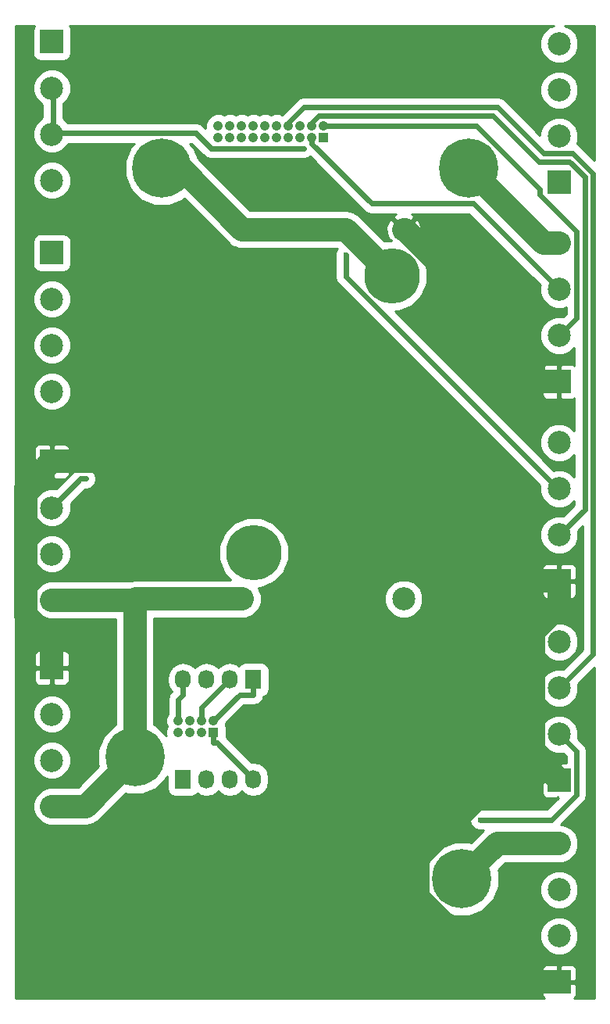
<source format=gbr>
G04 #@! TF.FileFunction,Copper,L2,Bot,Signal*
%FSLAX46Y46*%
G04 Gerber Fmt 4.6, Leading zero omitted, Abs format (unit mm)*
G04 Created by KiCad (PCBNEW 4.0.3+e1-6302~38~ubuntu16.04.1-stable) date Thu Aug 18 14:21:30 2016*
%MOMM*%
%LPD*%
G01*
G04 APERTURE LIST*
%ADD10C,0.100000*%
%ADD11C,2.500000*%
%ADD12R,2.500000X2.500000*%
%ADD13R,1.727200X2.032000*%
%ADD14O,1.727200X2.032000*%
%ADD15R,1.050000X1.050000*%
%ADD16C,1.050000*%
%ADD17C,2.499360*%
%ADD18C,6.400000*%
%ADD19C,6.000000*%
%ADD20C,0.600000*%
%ADD21C,2.500000*%
%ADD22C,0.600000*%
%ADD23C,0.254000*%
G04 APERTURE END LIST*
D10*
D11*
X110363000Y-25894000D03*
X110363000Y-30894000D03*
D12*
X110363000Y-40894000D03*
D11*
X110363000Y-35894000D03*
D13*
X69596000Y-105537000D03*
D14*
X72136000Y-105537000D03*
X74676000Y-105537000D03*
X77216000Y-105537000D03*
D15*
X72898000Y-100457000D03*
D16*
X71628000Y-100457000D03*
X70358000Y-100457000D03*
X69088000Y-100457000D03*
X71628000Y-99187000D03*
X70358000Y-99187000D03*
X69088000Y-99187000D03*
X72898000Y-99187000D03*
D13*
X77216000Y-94742000D03*
D14*
X74676000Y-94742000D03*
X72136000Y-94742000D03*
X69596000Y-94742000D03*
D17*
X93500000Y-46000000D03*
X76000000Y-46000000D03*
X93500000Y-86000000D03*
X76000000Y-86000000D03*
D11*
X110363000Y-47484000D03*
X110363000Y-52484000D03*
D12*
X110363000Y-62484000D03*
D11*
X110363000Y-57484000D03*
X110363000Y-69074000D03*
X110363000Y-74074000D03*
D12*
X110363000Y-84074000D03*
D11*
X110363000Y-79074000D03*
X110363000Y-90664000D03*
X110363000Y-95664000D03*
D12*
X110363000Y-105664000D03*
D11*
X110363000Y-100664000D03*
X110363000Y-112508000D03*
X110363000Y-117508000D03*
D12*
X110363000Y-127508000D03*
D11*
X110363000Y-122508000D03*
X55372000Y-108472000D03*
X55372000Y-103472000D03*
D12*
X55372000Y-93472000D03*
D11*
X55372000Y-98472000D03*
X55372000Y-86120000D03*
X55372000Y-81120000D03*
D12*
X55372000Y-71120000D03*
D11*
X55372000Y-76120000D03*
X55372000Y-63514000D03*
X55372000Y-58514000D03*
D12*
X55372000Y-48514000D03*
D11*
X55372000Y-53514000D03*
X55372000Y-40654000D03*
X55372000Y-35654000D03*
D12*
X55372000Y-25654000D03*
D11*
X55372000Y-30654000D03*
D16*
X74676000Y-36068000D03*
X74676000Y-34798000D03*
X75946000Y-36068000D03*
X75946000Y-34798000D03*
X77216000Y-36068000D03*
X77216000Y-34798000D03*
X78486000Y-34798000D03*
X73406000Y-36068000D03*
X73406000Y-34798000D03*
X78486000Y-36068000D03*
X79756000Y-34798000D03*
X79756000Y-36068000D03*
X79756000Y-36068000D03*
X79756000Y-36068000D03*
X79756000Y-36068000D03*
X79756000Y-36068000D03*
X79756000Y-36068000D03*
X79756000Y-36068000D03*
D15*
X84836000Y-36068000D03*
D16*
X83566000Y-36068000D03*
X82296000Y-36068000D03*
X81026000Y-36068000D03*
X79756000Y-36068000D03*
X83566000Y-34798000D03*
X82296000Y-34798000D03*
X81026000Y-34798000D03*
X79756000Y-34798000D03*
X84836000Y-34798000D03*
D18*
X64389000Y-103124000D03*
X67310000Y-39370000D03*
X100584000Y-39370000D03*
D19*
X92250000Y-51000000D03*
X77250000Y-81000000D03*
D18*
X99822000Y-116332000D03*
D20*
X82665700Y-37193300D03*
X87230300Y-48736500D03*
X101791100Y-109908000D03*
X59046300Y-72984000D03*
D21*
X103646000Y-112508000D02*
X110363000Y-112508000D01*
X99822000Y-116332000D02*
X103646000Y-112508000D01*
X108698000Y-47484000D02*
X110363000Y-47484000D01*
X100584000Y-39370000D02*
X108698000Y-47484000D01*
X59041000Y-108472000D02*
X55372000Y-108472000D01*
X64389000Y-103124000D02*
X59041000Y-108472000D01*
X64389000Y-86120000D02*
X55372000Y-86120000D01*
X64509000Y-86000000D02*
X64389000Y-86120000D01*
X76000000Y-86000000D02*
X64509000Y-86000000D01*
X64389000Y-86120000D02*
X64389000Y-103124000D01*
X69370000Y-39370000D02*
X76000000Y-46000000D01*
X67310000Y-39370000D02*
X69370000Y-39370000D01*
X87250000Y-46000000D02*
X92250000Y-51000000D01*
X76000000Y-46000000D02*
X87250000Y-46000000D01*
X55372000Y-93472000D02*
X55372000Y-90671700D01*
X107562700Y-59873200D02*
X107562700Y-62484000D01*
X93689500Y-46000000D02*
X107562700Y-59873200D01*
X93500000Y-46000000D02*
X93689500Y-46000000D01*
X110363000Y-62484000D02*
X107562700Y-62484000D01*
X110363000Y-84074000D02*
X110363000Y-86874300D01*
X52571700Y-73920300D02*
X55372000Y-71120000D01*
X52571700Y-87871400D02*
X52571700Y-73920300D01*
X55372000Y-90671700D02*
X52571700Y-87871400D01*
X94608700Y-71120000D02*
X107562700Y-84074000D01*
X55372000Y-71120000D02*
X94608700Y-71120000D01*
X110363000Y-84074000D02*
X107562700Y-84074000D01*
X106201800Y-102860700D02*
X107559700Y-102860700D01*
X95064600Y-113997900D02*
X106201800Y-102860700D01*
X95064600Y-118341100D02*
X95064600Y-113997900D01*
X104231500Y-127508000D02*
X95064600Y-118341100D01*
X110363000Y-127508000D02*
X104231500Y-127508000D01*
X107559700Y-89502600D02*
X107559700Y-102860700D01*
X110188000Y-86874300D02*
X107559700Y-89502600D01*
X110363000Y-86874300D02*
X110188000Y-86874300D01*
X107559700Y-102860700D02*
X110363000Y-105664000D01*
D22*
X73261300Y-101582300D02*
X77216000Y-105537000D01*
X72898000Y-101582300D02*
X73261300Y-101582300D01*
X72898000Y-100457000D02*
X72898000Y-101582300D01*
X71628000Y-97790000D02*
X74676000Y-94742000D01*
X71628000Y-99187000D02*
X71628000Y-97790000D01*
X69088000Y-96866300D02*
X69596000Y-96358300D01*
X69088000Y-99187000D02*
X69088000Y-96866300D01*
X69596000Y-94742000D02*
X69596000Y-96358300D01*
X75726700Y-96358300D02*
X77216000Y-96358300D01*
X72898000Y-99187000D02*
X75726700Y-96358300D01*
X77216000Y-94742000D02*
X77216000Y-96358300D01*
X55472400Y-30754400D02*
X55472400Y-35553600D01*
X55372000Y-30654000D02*
X55472400Y-30754400D01*
X55472400Y-35553600D02*
X55372000Y-35654000D01*
X72627000Y-37193300D02*
X82665700Y-37193300D01*
X70987300Y-35553600D02*
X72627000Y-37193300D01*
X55472400Y-35553600D02*
X70987300Y-35553600D01*
X112222700Y-55624300D02*
X110363000Y-57484000D01*
X112222700Y-46170400D02*
X112222700Y-55624300D01*
X108240300Y-42188000D02*
X112222700Y-46170400D01*
X108240300Y-41631800D02*
X108240300Y-42188000D01*
X101406500Y-34798000D02*
X108240300Y-41631800D01*
X84836000Y-34798000D02*
X101406500Y-34798000D01*
X101049400Y-43170400D02*
X110363000Y-52484000D01*
X90024700Y-43170400D02*
X101049400Y-43170400D01*
X83566000Y-36711700D02*
X90024700Y-43170400D01*
X83566000Y-36068000D02*
X83566000Y-36711700D01*
X113123000Y-76314000D02*
X110363000Y-79074000D01*
X113123000Y-40296100D02*
X113123000Y-76314000D01*
X111494200Y-38667300D02*
X113123000Y-40296100D01*
X108151300Y-38667300D02*
X111494200Y-38667300D01*
X103141900Y-33657900D02*
X108151300Y-38667300D01*
X84316300Y-33657900D02*
X103141900Y-33657900D01*
X83566000Y-34408200D02*
X84316300Y-33657900D01*
X83566000Y-34798000D02*
X83566000Y-34408200D01*
X110223600Y-74074000D02*
X110363000Y-74074000D01*
X87230300Y-51080700D02*
X110223600Y-74074000D01*
X87230300Y-48736500D02*
X87230300Y-51080700D01*
X109507300Y-109908000D02*
X101791100Y-109908000D01*
X112213400Y-107201900D02*
X109507300Y-109908000D01*
X112213400Y-102514400D02*
X112213400Y-107201900D01*
X110363000Y-100664000D02*
X112213400Y-102514400D01*
X114031900Y-91995100D02*
X110363000Y-95664000D01*
X114031900Y-39931700D02*
X114031900Y-91995100D01*
X111844600Y-37744400D02*
X114031900Y-39931700D01*
X108675900Y-37744400D02*
X111844600Y-37744400D01*
X103689000Y-32757500D02*
X108675900Y-37744400D01*
X82720800Y-32757500D02*
X103689000Y-32757500D01*
X81026000Y-34452300D02*
X82720800Y-32757500D01*
X81026000Y-34798000D02*
X81026000Y-34452300D01*
X58508000Y-72984000D02*
X55372000Y-76120000D01*
X59046300Y-72984000D02*
X58508000Y-72984000D01*
D23*
G36*
X53345231Y-24075948D02*
X53278799Y-24404000D01*
X53278799Y-26904000D01*
X53336465Y-27210468D01*
X53517587Y-27491939D01*
X53793948Y-27680769D01*
X54122000Y-27747201D01*
X56622000Y-27747201D01*
X56928468Y-27689535D01*
X57209939Y-27508413D01*
X57398769Y-27232052D01*
X57465201Y-26904000D01*
X57465201Y-24404000D01*
X57407535Y-24097532D01*
X57273348Y-23889000D01*
X109776547Y-23889000D01*
X109188011Y-24132178D01*
X108603232Y-24715938D01*
X108286361Y-25479047D01*
X108285640Y-26305328D01*
X108601178Y-27068989D01*
X109184938Y-27653768D01*
X109948047Y-27970639D01*
X110774328Y-27971360D01*
X111537989Y-27655822D01*
X112122768Y-27072062D01*
X112439639Y-26308953D01*
X112440360Y-25482672D01*
X112124822Y-24719011D01*
X111541062Y-24134232D01*
X110950479Y-23889000D01*
X114160000Y-23889000D01*
X114160000Y-38465981D01*
X112641509Y-36947491D01*
X112275926Y-36703216D01*
X112439639Y-36308953D01*
X112440360Y-35482672D01*
X112124822Y-34719011D01*
X111541062Y-34134232D01*
X110777953Y-33817361D01*
X109951672Y-33816640D01*
X109188011Y-34132178D01*
X108603232Y-34715938D01*
X108286361Y-35479047D01*
X108286115Y-35760796D01*
X104485909Y-31960591D01*
X104120284Y-31716288D01*
X103689000Y-31630500D01*
X82720800Y-31630500D01*
X82289516Y-31716288D01*
X81923891Y-31960591D01*
X80317324Y-33567158D01*
X80026109Y-33446235D01*
X79488250Y-33445766D01*
X79120709Y-33597631D01*
X78756109Y-33446235D01*
X78218250Y-33445766D01*
X77850709Y-33597631D01*
X77486109Y-33446235D01*
X76948250Y-33445766D01*
X76580709Y-33597631D01*
X76216109Y-33446235D01*
X75678250Y-33445766D01*
X75310709Y-33597631D01*
X74946109Y-33446235D01*
X74408250Y-33445766D01*
X74040709Y-33597631D01*
X73676109Y-33446235D01*
X73138250Y-33445766D01*
X72641154Y-33651162D01*
X72260499Y-34031154D01*
X72054235Y-34527891D01*
X72053800Y-35026282D01*
X71784209Y-34756691D01*
X71418584Y-34512388D01*
X70987300Y-34426600D01*
X57081502Y-34426600D01*
X56599400Y-33943656D01*
X56599400Y-32363502D01*
X57131768Y-31832062D01*
X57350487Y-31305328D01*
X108285640Y-31305328D01*
X108601178Y-32068989D01*
X109184938Y-32653768D01*
X109948047Y-32970639D01*
X110774328Y-32971360D01*
X111537989Y-32655822D01*
X112122768Y-32072062D01*
X112439639Y-31308953D01*
X112440360Y-30482672D01*
X112124822Y-29719011D01*
X111541062Y-29134232D01*
X110777953Y-28817361D01*
X109951672Y-28816640D01*
X109188011Y-29132178D01*
X108603232Y-29715938D01*
X108286361Y-30479047D01*
X108285640Y-31305328D01*
X57350487Y-31305328D01*
X57448639Y-31068953D01*
X57449360Y-30242672D01*
X57133822Y-29479011D01*
X56550062Y-28894232D01*
X55786953Y-28577361D01*
X54960672Y-28576640D01*
X54197011Y-28892178D01*
X53612232Y-29475938D01*
X53295361Y-30239047D01*
X53294640Y-31065328D01*
X53610178Y-31828989D01*
X54193938Y-32413768D01*
X54345400Y-32476661D01*
X54345400Y-33830865D01*
X54197011Y-33892178D01*
X53612232Y-34475938D01*
X53295361Y-35239047D01*
X53294640Y-36065328D01*
X53610178Y-36828989D01*
X54193938Y-37413768D01*
X54957047Y-37730639D01*
X55783328Y-37731360D01*
X56546989Y-37415822D01*
X57131768Y-36832062D01*
X57194661Y-36680600D01*
X64304083Y-36680600D01*
X63898066Y-37085909D01*
X63283700Y-38565466D01*
X63282302Y-40167506D01*
X63894085Y-41648132D01*
X65025909Y-42781934D01*
X66505466Y-43396300D01*
X68107506Y-43397698D01*
X69588132Y-42785915D01*
X69718476Y-42655798D01*
X74531339Y-47468661D01*
X74532693Y-47469566D01*
X74822119Y-47759497D01*
X75203799Y-47917985D01*
X75205166Y-47918898D01*
X75206764Y-47919216D01*
X75585110Y-48076319D01*
X75998390Y-48076680D01*
X76000000Y-48077000D01*
X76365431Y-48077000D01*
X76411265Y-48077040D01*
X76411362Y-48077000D01*
X86295740Y-48077000D01*
X86275433Y-48097272D01*
X86103496Y-48511342D01*
X86103105Y-48959691D01*
X86103300Y-48960163D01*
X86103300Y-51080700D01*
X86189088Y-51511984D01*
X86433391Y-51877609D01*
X108286299Y-73730518D01*
X108285640Y-74485328D01*
X108601178Y-75248989D01*
X109184938Y-75833768D01*
X109948047Y-76150639D01*
X110774328Y-76151360D01*
X111537989Y-75835822D01*
X111996000Y-75378609D01*
X111996000Y-75847181D01*
X110825908Y-77017274D01*
X110777953Y-76997361D01*
X109951672Y-76996640D01*
X109188011Y-77312178D01*
X108603232Y-77895938D01*
X108286361Y-78659047D01*
X108285640Y-79485328D01*
X108601178Y-80248989D01*
X109184938Y-80833768D01*
X109948047Y-81150639D01*
X110774328Y-81151360D01*
X111537989Y-80835822D01*
X112122768Y-80252062D01*
X112439639Y-79488953D01*
X112440360Y-78662672D01*
X112419246Y-78611572D01*
X112904900Y-78125919D01*
X112904900Y-91528282D01*
X110825908Y-93607274D01*
X110777953Y-93587361D01*
X109951672Y-93586640D01*
X109188011Y-93902178D01*
X108603232Y-94485938D01*
X108286361Y-95249047D01*
X108285640Y-96075328D01*
X108601178Y-96838989D01*
X109184938Y-97423768D01*
X109948047Y-97740639D01*
X110774328Y-97741360D01*
X111537989Y-97425822D01*
X112122768Y-96842062D01*
X112439639Y-96078953D01*
X112440360Y-95252672D01*
X112419246Y-95201572D01*
X114160000Y-93460818D01*
X114160000Y-129273000D01*
X111996026Y-129273000D01*
X112151327Y-129117698D01*
X112248000Y-128884309D01*
X112248000Y-127793750D01*
X112089250Y-127635000D01*
X110490000Y-127635000D01*
X110490000Y-127655000D01*
X110236000Y-127655000D01*
X110236000Y-127635000D01*
X108636750Y-127635000D01*
X108478000Y-127793750D01*
X108478000Y-128884309D01*
X108574673Y-129117698D01*
X108729974Y-129273000D01*
X51448000Y-129273000D01*
X51448000Y-126131691D01*
X108478000Y-126131691D01*
X108478000Y-127222250D01*
X108636750Y-127381000D01*
X110236000Y-127381000D01*
X110236000Y-125781750D01*
X110490000Y-125781750D01*
X110490000Y-127381000D01*
X112089250Y-127381000D01*
X112248000Y-127222250D01*
X112248000Y-126131691D01*
X112151327Y-125898302D01*
X111972699Y-125719673D01*
X111739310Y-125623000D01*
X110648750Y-125623000D01*
X110490000Y-125781750D01*
X110236000Y-125781750D01*
X110077250Y-125623000D01*
X108986690Y-125623000D01*
X108753301Y-125719673D01*
X108574673Y-125898302D01*
X108478000Y-126131691D01*
X51448000Y-126131691D01*
X51448000Y-122919328D01*
X108285640Y-122919328D01*
X108601178Y-123682989D01*
X109184938Y-124267768D01*
X109948047Y-124584639D01*
X110774328Y-124585360D01*
X111537989Y-124269822D01*
X112122768Y-123686062D01*
X112439639Y-122922953D01*
X112440360Y-122096672D01*
X112124822Y-121333011D01*
X111541062Y-120748232D01*
X110777953Y-120431361D01*
X109951672Y-120430640D01*
X109188011Y-120746178D01*
X108603232Y-121329938D01*
X108286361Y-122093047D01*
X108285640Y-122919328D01*
X51448000Y-122919328D01*
X51448000Y-117129506D01*
X95794302Y-117129506D01*
X96406085Y-118610132D01*
X97537909Y-119743934D01*
X99017466Y-120358300D01*
X100619506Y-120359698D01*
X102100132Y-119747915D01*
X103233934Y-118616091D01*
X103523255Y-117919328D01*
X108285640Y-117919328D01*
X108601178Y-118682989D01*
X109184938Y-119267768D01*
X109948047Y-119584639D01*
X110774328Y-119585360D01*
X111537989Y-119269822D01*
X112122768Y-118686062D01*
X112439639Y-117922953D01*
X112440360Y-117096672D01*
X112124822Y-116333011D01*
X111541062Y-115748232D01*
X110777953Y-115431361D01*
X109951672Y-115430640D01*
X109188011Y-115746178D01*
X108603232Y-116329938D01*
X108286361Y-117093047D01*
X108285640Y-117919328D01*
X103523255Y-117919328D01*
X103848300Y-117136534D01*
X103849698Y-115534494D01*
X103764068Y-115327254D01*
X104506322Y-114585000D01*
X110361761Y-114585000D01*
X110774328Y-114585360D01*
X111537989Y-114269822D01*
X112122768Y-113686062D01*
X112439639Y-112922953D01*
X112440360Y-112096672D01*
X112124822Y-111333011D01*
X111541062Y-110748232D01*
X110777953Y-110431361D01*
X110577932Y-110431186D01*
X113010309Y-107998810D01*
X113254612Y-107633184D01*
X113271357Y-107549000D01*
X113340400Y-107201900D01*
X113340400Y-102514400D01*
X113254612Y-102083116D01*
X113093545Y-101842062D01*
X113010310Y-101717491D01*
X112419726Y-101126908D01*
X112439639Y-101078953D01*
X112440360Y-100252672D01*
X112124822Y-99489011D01*
X111541062Y-98904232D01*
X110777953Y-98587361D01*
X109951672Y-98586640D01*
X109188011Y-98902178D01*
X108603232Y-99485938D01*
X108286361Y-100249047D01*
X108285640Y-101075328D01*
X108601178Y-101838989D01*
X109184938Y-102423768D01*
X109948047Y-102740639D01*
X110774328Y-102741360D01*
X110825427Y-102720246D01*
X111086400Y-102981219D01*
X111086400Y-103779000D01*
X110648750Y-103779000D01*
X110490000Y-103937750D01*
X110490000Y-105537000D01*
X110510000Y-105537000D01*
X110510000Y-105791000D01*
X110490000Y-105791000D01*
X110490000Y-105811000D01*
X110236000Y-105811000D01*
X110236000Y-105791000D01*
X108636750Y-105791000D01*
X108478000Y-105949750D01*
X108478000Y-107040309D01*
X108574673Y-107273698D01*
X108753301Y-107452327D01*
X108986690Y-107549000D01*
X110077250Y-107549000D01*
X110235998Y-107390252D01*
X110235998Y-107549000D01*
X110272481Y-107549000D01*
X109040482Y-108781000D01*
X101791510Y-108781000D01*
X101567909Y-108780805D01*
X101153540Y-108952019D01*
X100836233Y-109268772D01*
X100664296Y-109682842D01*
X100663905Y-110131191D01*
X100835119Y-110545560D01*
X101151872Y-110862867D01*
X101565942Y-111034804D01*
X102014291Y-111035195D01*
X102014763Y-111035000D01*
X102183833Y-111035000D01*
X102177339Y-111039339D01*
X100827521Y-112389157D01*
X100626534Y-112305700D01*
X99024494Y-112304302D01*
X97543868Y-112916085D01*
X96410066Y-114047909D01*
X95795700Y-115527466D01*
X95794302Y-117129506D01*
X51448000Y-117129506D01*
X51448000Y-103883328D01*
X53294640Y-103883328D01*
X53610178Y-104646989D01*
X54193938Y-105231768D01*
X54957047Y-105548639D01*
X55783328Y-105549360D01*
X56546989Y-105233822D01*
X57131768Y-104650062D01*
X57448639Y-103886953D01*
X57449360Y-103060672D01*
X57133822Y-102297011D01*
X56550062Y-101712232D01*
X55786953Y-101395361D01*
X54960672Y-101394640D01*
X54197011Y-101710178D01*
X53612232Y-102293938D01*
X53295361Y-103057047D01*
X53294640Y-103883328D01*
X51448000Y-103883328D01*
X51448000Y-98883328D01*
X53294640Y-98883328D01*
X53610178Y-99646989D01*
X54193938Y-100231768D01*
X54957047Y-100548639D01*
X55783328Y-100549360D01*
X56546989Y-100233822D01*
X57131768Y-99650062D01*
X57448639Y-98886953D01*
X57449360Y-98060672D01*
X57133822Y-97297011D01*
X56550062Y-96712232D01*
X55786953Y-96395361D01*
X54960672Y-96394640D01*
X54197011Y-96710178D01*
X53612232Y-97293938D01*
X53295361Y-98057047D01*
X53294640Y-98883328D01*
X51448000Y-98883328D01*
X51448000Y-93757750D01*
X53487000Y-93757750D01*
X53487000Y-94848309D01*
X53583673Y-95081698D01*
X53762301Y-95260327D01*
X53995690Y-95357000D01*
X55086250Y-95357000D01*
X55245000Y-95198250D01*
X55245000Y-93599000D01*
X55499000Y-93599000D01*
X55499000Y-95198250D01*
X55657750Y-95357000D01*
X56748310Y-95357000D01*
X56981699Y-95260327D01*
X57160327Y-95081698D01*
X57257000Y-94848309D01*
X57257000Y-93757750D01*
X57098250Y-93599000D01*
X55499000Y-93599000D01*
X55245000Y-93599000D01*
X53645750Y-93599000D01*
X53487000Y-93757750D01*
X51448000Y-93757750D01*
X51448000Y-92095691D01*
X53487000Y-92095691D01*
X53487000Y-93186250D01*
X53645750Y-93345000D01*
X55245000Y-93345000D01*
X55245000Y-91745750D01*
X55499000Y-91745750D01*
X55499000Y-93345000D01*
X57098250Y-93345000D01*
X57257000Y-93186250D01*
X57257000Y-92095691D01*
X57160327Y-91862302D01*
X56981699Y-91683673D01*
X56748310Y-91587000D01*
X55657750Y-91587000D01*
X55499000Y-91745750D01*
X55245000Y-91745750D01*
X55086250Y-91587000D01*
X53995690Y-91587000D01*
X53762301Y-91683673D01*
X53583673Y-91862302D01*
X53487000Y-92095691D01*
X51448000Y-92095691D01*
X51448000Y-86531328D01*
X53294640Y-86531328D01*
X53610178Y-87294989D01*
X54193938Y-87879768D01*
X54957047Y-88196639D01*
X55783328Y-88197360D01*
X55784199Y-88197000D01*
X62312000Y-88197000D01*
X62312000Y-99624979D01*
X62110868Y-99708085D01*
X60977066Y-100839909D01*
X60362700Y-102319466D01*
X60361302Y-103921506D01*
X60446932Y-104128746D01*
X58180678Y-106395000D01*
X55373239Y-106395000D01*
X54960672Y-106394640D01*
X54197011Y-106710178D01*
X53612232Y-107293938D01*
X53295361Y-108057047D01*
X53294640Y-108883328D01*
X53610178Y-109646989D01*
X54193938Y-110231768D01*
X54957047Y-110548639D01*
X55783328Y-110549360D01*
X55784199Y-110549000D01*
X59041000Y-110549000D01*
X59835834Y-110390898D01*
X60509661Y-109940661D01*
X63383479Y-107066843D01*
X63584466Y-107150300D01*
X65186506Y-107151698D01*
X66667132Y-106539915D01*
X67800934Y-105408091D01*
X67889199Y-105195525D01*
X67889199Y-106553000D01*
X67946865Y-106859468D01*
X68127987Y-107140939D01*
X68404348Y-107329769D01*
X68732400Y-107396201D01*
X70459600Y-107396201D01*
X70766068Y-107338535D01*
X71047539Y-107157413D01*
X71124938Y-107044136D01*
X71489035Y-107287418D01*
X72136000Y-107416107D01*
X72782965Y-107287418D01*
X73331435Y-106920942D01*
X73406000Y-106809348D01*
X73480565Y-106920942D01*
X74029035Y-107287418D01*
X74676000Y-107416107D01*
X75322965Y-107287418D01*
X75871435Y-106920942D01*
X75946000Y-106809348D01*
X76020565Y-106920942D01*
X76569035Y-107287418D01*
X77216000Y-107416107D01*
X77862965Y-107287418D01*
X78411435Y-106920942D01*
X78777911Y-106372472D01*
X78906600Y-105725507D01*
X78906600Y-105348493D01*
X78777911Y-104701528D01*
X78501394Y-104287691D01*
X108478000Y-104287691D01*
X108478000Y-105378250D01*
X108636750Y-105537000D01*
X110236000Y-105537000D01*
X110236000Y-103937750D01*
X110077250Y-103779000D01*
X108986690Y-103779000D01*
X108753301Y-103875673D01*
X108574673Y-104054302D01*
X108478000Y-104287691D01*
X78501394Y-104287691D01*
X78411435Y-104153058D01*
X77862965Y-103786582D01*
X77216000Y-103657893D01*
X76978044Y-103705225D01*
X74264284Y-100991466D01*
X74266201Y-100982000D01*
X74266201Y-99932000D01*
X74208535Y-99625532D01*
X74191088Y-99598419D01*
X74249765Y-99457109D01*
X74249789Y-99429029D01*
X76193518Y-97485300D01*
X77216000Y-97485300D01*
X77647284Y-97399512D01*
X78012909Y-97155209D01*
X78257212Y-96789584D01*
X78303047Y-96559156D01*
X78386068Y-96543535D01*
X78667539Y-96362413D01*
X78856369Y-96086052D01*
X78922801Y-95758000D01*
X78922801Y-93726000D01*
X78865135Y-93419532D01*
X78684013Y-93138061D01*
X78407652Y-92949231D01*
X78079600Y-92882799D01*
X76352400Y-92882799D01*
X76045932Y-92940465D01*
X75764461Y-93121587D01*
X75687062Y-93234864D01*
X75322965Y-92991582D01*
X74676000Y-92862893D01*
X74029035Y-92991582D01*
X73480565Y-93358058D01*
X73406000Y-93469652D01*
X73331435Y-93358058D01*
X72782965Y-92991582D01*
X72136000Y-92862893D01*
X71489035Y-92991582D01*
X70940565Y-93358058D01*
X70866000Y-93469652D01*
X70791435Y-93358058D01*
X70242965Y-92991582D01*
X69596000Y-92862893D01*
X68949035Y-92991582D01*
X68400565Y-93358058D01*
X68034089Y-93906528D01*
X67905400Y-94553493D01*
X67905400Y-94930507D01*
X68034089Y-95577472D01*
X68334065Y-96026417D01*
X68291091Y-96069391D01*
X68046788Y-96435016D01*
X67961000Y-96866300D01*
X67961000Y-98401685D01*
X67942499Y-98420154D01*
X67736235Y-98916891D01*
X67735766Y-99454750D01*
X67887631Y-99822291D01*
X67736235Y-100186891D01*
X67735766Y-100724750D01*
X67772319Y-100813215D01*
X66673091Y-99712066D01*
X66466000Y-99626074D01*
X66466000Y-91075328D01*
X108285640Y-91075328D01*
X108601178Y-91838989D01*
X109184938Y-92423768D01*
X109948047Y-92740639D01*
X110774328Y-92741360D01*
X111537989Y-92425822D01*
X112122768Y-91842062D01*
X112439639Y-91078953D01*
X112440360Y-90252672D01*
X112124822Y-89489011D01*
X111541062Y-88904232D01*
X110777953Y-88587361D01*
X109951672Y-88586640D01*
X109188011Y-88902178D01*
X108603232Y-89485938D01*
X108286361Y-90249047D01*
X108285640Y-91075328D01*
X66466000Y-91075328D01*
X66466000Y-88077000D01*
X76000000Y-88077000D01*
X76001596Y-88076682D01*
X76411265Y-88077040D01*
X76793224Y-87919218D01*
X76794833Y-87918898D01*
X76796185Y-87917994D01*
X77174808Y-87761551D01*
X77467295Y-87469574D01*
X77468661Y-87468661D01*
X77469566Y-87467307D01*
X77759497Y-87177881D01*
X77917986Y-86796198D01*
X77918898Y-86794833D01*
X77919216Y-86793237D01*
X78076319Y-86414890D01*
X78076322Y-86411265D01*
X91422960Y-86411265D01*
X91738449Y-87174808D01*
X92322119Y-87759497D01*
X93085110Y-88076319D01*
X93911265Y-88077040D01*
X94674808Y-87761551D01*
X95259497Y-87177881D01*
X95576319Y-86414890D01*
X95577040Y-85588735D01*
X95261551Y-84825192D01*
X94796921Y-84359750D01*
X108478000Y-84359750D01*
X108478000Y-85450309D01*
X108574673Y-85683698D01*
X108753301Y-85862327D01*
X108986690Y-85959000D01*
X110077250Y-85959000D01*
X110236000Y-85800250D01*
X110236000Y-84201000D01*
X110490000Y-84201000D01*
X110490000Y-85800250D01*
X110648750Y-85959000D01*
X111739310Y-85959000D01*
X111972699Y-85862327D01*
X112151327Y-85683698D01*
X112248000Y-85450309D01*
X112248000Y-84359750D01*
X112089250Y-84201000D01*
X110490000Y-84201000D01*
X110236000Y-84201000D01*
X108636750Y-84201000D01*
X108478000Y-84359750D01*
X94796921Y-84359750D01*
X94677881Y-84240503D01*
X93914890Y-83923681D01*
X93088735Y-83922960D01*
X92325192Y-84238449D01*
X91740503Y-84822119D01*
X91423681Y-85585110D01*
X91422960Y-86411265D01*
X78076322Y-86411265D01*
X78076680Y-86001610D01*
X78077000Y-86000000D01*
X78076682Y-85998404D01*
X78077040Y-85588735D01*
X77919218Y-85206776D01*
X77918898Y-85205167D01*
X77917994Y-85203815D01*
X77762483Y-84827448D01*
X78007898Y-84827662D01*
X79414989Y-84246264D01*
X80492481Y-83170652D01*
X80688871Y-82697691D01*
X108478000Y-82697691D01*
X108478000Y-83788250D01*
X108636750Y-83947000D01*
X110236000Y-83947000D01*
X110236000Y-82347750D01*
X110490000Y-82347750D01*
X110490000Y-83947000D01*
X112089250Y-83947000D01*
X112248000Y-83788250D01*
X112248000Y-82697691D01*
X112151327Y-82464302D01*
X111972699Y-82285673D01*
X111739310Y-82189000D01*
X110648750Y-82189000D01*
X110490000Y-82347750D01*
X110236000Y-82347750D01*
X110077250Y-82189000D01*
X108986690Y-82189000D01*
X108753301Y-82285673D01*
X108574673Y-82464302D01*
X108478000Y-82697691D01*
X80688871Y-82697691D01*
X81076334Y-81764577D01*
X81077662Y-80242102D01*
X80496264Y-78835011D01*
X79420652Y-77757519D01*
X78014577Y-77173666D01*
X76492102Y-77172338D01*
X75085011Y-77753736D01*
X74007519Y-78829348D01*
X73423666Y-80235423D01*
X73422338Y-81757898D01*
X74003736Y-83164989D01*
X74760424Y-83923000D01*
X64509005Y-83923000D01*
X64509000Y-83922999D01*
X63905717Y-84043000D01*
X55373239Y-84043000D01*
X54960672Y-84042640D01*
X54197011Y-84358178D01*
X53612232Y-84941938D01*
X53295361Y-85705047D01*
X53294640Y-86531328D01*
X51448000Y-86531328D01*
X51448000Y-81531328D01*
X53294640Y-81531328D01*
X53610178Y-82294989D01*
X54193938Y-82879768D01*
X54957047Y-83196639D01*
X55783328Y-83197360D01*
X56546989Y-82881822D01*
X57131768Y-82298062D01*
X57448639Y-81534953D01*
X57449360Y-80708672D01*
X57133822Y-79945011D01*
X56550062Y-79360232D01*
X55786953Y-79043361D01*
X54960672Y-79042640D01*
X54197011Y-79358178D01*
X53612232Y-79941938D01*
X53295361Y-80705047D01*
X53294640Y-81531328D01*
X51448000Y-81531328D01*
X51448000Y-76531328D01*
X53294640Y-76531328D01*
X53610178Y-77294989D01*
X54193938Y-77879768D01*
X54957047Y-78196639D01*
X55783328Y-78197360D01*
X56546989Y-77881822D01*
X57131768Y-77298062D01*
X57448639Y-76534953D01*
X57449360Y-75708672D01*
X57428246Y-75657572D01*
X58974819Y-74111000D01*
X59045890Y-74111000D01*
X59269491Y-74111195D01*
X59683860Y-73939981D01*
X60001167Y-73623228D01*
X60173104Y-73209158D01*
X60173495Y-72760809D01*
X60002281Y-72346440D01*
X59685528Y-72029133D01*
X59271458Y-71857196D01*
X58823109Y-71856805D01*
X58822637Y-71857000D01*
X58508000Y-71857000D01*
X58076716Y-71942788D01*
X57711091Y-72187090D01*
X55834908Y-74063274D01*
X55786953Y-74043361D01*
X54960672Y-74042640D01*
X54197011Y-74358178D01*
X53612232Y-74941938D01*
X53295361Y-75705047D01*
X53294640Y-76531328D01*
X51448000Y-76531328D01*
X51448000Y-71405750D01*
X53487000Y-71405750D01*
X53487000Y-72496309D01*
X53583673Y-72729698D01*
X53762301Y-72908327D01*
X53995690Y-73005000D01*
X55086250Y-73005000D01*
X55245000Y-72846250D01*
X55245000Y-71247000D01*
X55499000Y-71247000D01*
X55499000Y-72846250D01*
X55657750Y-73005000D01*
X56748310Y-73005000D01*
X56981699Y-72908327D01*
X57160327Y-72729698D01*
X57257000Y-72496309D01*
X57257000Y-71405750D01*
X57098250Y-71247000D01*
X55499000Y-71247000D01*
X55245000Y-71247000D01*
X53645750Y-71247000D01*
X53487000Y-71405750D01*
X51448000Y-71405750D01*
X51448000Y-69743691D01*
X53487000Y-69743691D01*
X53487000Y-70834250D01*
X53645750Y-70993000D01*
X55245000Y-70993000D01*
X55245000Y-69393750D01*
X55499000Y-69393750D01*
X55499000Y-70993000D01*
X57098250Y-70993000D01*
X57257000Y-70834250D01*
X57257000Y-69743691D01*
X57160327Y-69510302D01*
X56981699Y-69331673D01*
X56748310Y-69235000D01*
X55657750Y-69235000D01*
X55499000Y-69393750D01*
X55245000Y-69393750D01*
X55086250Y-69235000D01*
X53995690Y-69235000D01*
X53762301Y-69331673D01*
X53583673Y-69510302D01*
X53487000Y-69743691D01*
X51448000Y-69743691D01*
X51448000Y-63925328D01*
X53294640Y-63925328D01*
X53610178Y-64688989D01*
X54193938Y-65273768D01*
X54957047Y-65590639D01*
X55783328Y-65591360D01*
X56546989Y-65275822D01*
X57131768Y-64692062D01*
X57448639Y-63928953D01*
X57449360Y-63102672D01*
X57133822Y-62339011D01*
X56550062Y-61754232D01*
X55786953Y-61437361D01*
X54960672Y-61436640D01*
X54197011Y-61752178D01*
X53612232Y-62335938D01*
X53295361Y-63099047D01*
X53294640Y-63925328D01*
X51448000Y-63925328D01*
X51448000Y-58925328D01*
X53294640Y-58925328D01*
X53610178Y-59688989D01*
X54193938Y-60273768D01*
X54957047Y-60590639D01*
X55783328Y-60591360D01*
X56546989Y-60275822D01*
X57131768Y-59692062D01*
X57448639Y-58928953D01*
X57449360Y-58102672D01*
X57133822Y-57339011D01*
X56550062Y-56754232D01*
X55786953Y-56437361D01*
X54960672Y-56436640D01*
X54197011Y-56752178D01*
X53612232Y-57335938D01*
X53295361Y-58099047D01*
X53294640Y-58925328D01*
X51448000Y-58925328D01*
X51448000Y-53925328D01*
X53294640Y-53925328D01*
X53610178Y-54688989D01*
X54193938Y-55273768D01*
X54957047Y-55590639D01*
X55783328Y-55591360D01*
X56546989Y-55275822D01*
X57131768Y-54692062D01*
X57448639Y-53928953D01*
X57449360Y-53102672D01*
X57133822Y-52339011D01*
X56550062Y-51754232D01*
X55786953Y-51437361D01*
X54960672Y-51436640D01*
X54197011Y-51752178D01*
X53612232Y-52335938D01*
X53295361Y-53099047D01*
X53294640Y-53925328D01*
X51448000Y-53925328D01*
X51448000Y-47264000D01*
X53278799Y-47264000D01*
X53278799Y-49764000D01*
X53336465Y-50070468D01*
X53517587Y-50351939D01*
X53793948Y-50540769D01*
X54122000Y-50607201D01*
X56622000Y-50607201D01*
X56928468Y-50549535D01*
X57209939Y-50368413D01*
X57398769Y-50092052D01*
X57465201Y-49764000D01*
X57465201Y-47264000D01*
X57407535Y-46957532D01*
X57226413Y-46676061D01*
X56950052Y-46487231D01*
X56622000Y-46420799D01*
X54122000Y-46420799D01*
X53815532Y-46478465D01*
X53534061Y-46659587D01*
X53345231Y-46935948D01*
X53278799Y-47264000D01*
X51448000Y-47264000D01*
X51448000Y-41065328D01*
X53294640Y-41065328D01*
X53610178Y-41828989D01*
X54193938Y-42413768D01*
X54957047Y-42730639D01*
X55783328Y-42731360D01*
X56546989Y-42415822D01*
X57131768Y-41832062D01*
X57448639Y-41068953D01*
X57449360Y-40242672D01*
X57133822Y-39479011D01*
X56550062Y-38894232D01*
X55786953Y-38577361D01*
X54960672Y-38576640D01*
X54197011Y-38892178D01*
X53612232Y-39475938D01*
X53295361Y-40239047D01*
X53294640Y-41065328D01*
X51448000Y-41065328D01*
X51448000Y-23889000D01*
X53472968Y-23889000D01*
X53345231Y-24075948D01*
X53345231Y-24075948D01*
G37*
X53345231Y-24075948D02*
X53278799Y-24404000D01*
X53278799Y-26904000D01*
X53336465Y-27210468D01*
X53517587Y-27491939D01*
X53793948Y-27680769D01*
X54122000Y-27747201D01*
X56622000Y-27747201D01*
X56928468Y-27689535D01*
X57209939Y-27508413D01*
X57398769Y-27232052D01*
X57465201Y-26904000D01*
X57465201Y-24404000D01*
X57407535Y-24097532D01*
X57273348Y-23889000D01*
X109776547Y-23889000D01*
X109188011Y-24132178D01*
X108603232Y-24715938D01*
X108286361Y-25479047D01*
X108285640Y-26305328D01*
X108601178Y-27068989D01*
X109184938Y-27653768D01*
X109948047Y-27970639D01*
X110774328Y-27971360D01*
X111537989Y-27655822D01*
X112122768Y-27072062D01*
X112439639Y-26308953D01*
X112440360Y-25482672D01*
X112124822Y-24719011D01*
X111541062Y-24134232D01*
X110950479Y-23889000D01*
X114160000Y-23889000D01*
X114160000Y-38465981D01*
X112641509Y-36947491D01*
X112275926Y-36703216D01*
X112439639Y-36308953D01*
X112440360Y-35482672D01*
X112124822Y-34719011D01*
X111541062Y-34134232D01*
X110777953Y-33817361D01*
X109951672Y-33816640D01*
X109188011Y-34132178D01*
X108603232Y-34715938D01*
X108286361Y-35479047D01*
X108286115Y-35760796D01*
X104485909Y-31960591D01*
X104120284Y-31716288D01*
X103689000Y-31630500D01*
X82720800Y-31630500D01*
X82289516Y-31716288D01*
X81923891Y-31960591D01*
X80317324Y-33567158D01*
X80026109Y-33446235D01*
X79488250Y-33445766D01*
X79120709Y-33597631D01*
X78756109Y-33446235D01*
X78218250Y-33445766D01*
X77850709Y-33597631D01*
X77486109Y-33446235D01*
X76948250Y-33445766D01*
X76580709Y-33597631D01*
X76216109Y-33446235D01*
X75678250Y-33445766D01*
X75310709Y-33597631D01*
X74946109Y-33446235D01*
X74408250Y-33445766D01*
X74040709Y-33597631D01*
X73676109Y-33446235D01*
X73138250Y-33445766D01*
X72641154Y-33651162D01*
X72260499Y-34031154D01*
X72054235Y-34527891D01*
X72053800Y-35026282D01*
X71784209Y-34756691D01*
X71418584Y-34512388D01*
X70987300Y-34426600D01*
X57081502Y-34426600D01*
X56599400Y-33943656D01*
X56599400Y-32363502D01*
X57131768Y-31832062D01*
X57350487Y-31305328D01*
X108285640Y-31305328D01*
X108601178Y-32068989D01*
X109184938Y-32653768D01*
X109948047Y-32970639D01*
X110774328Y-32971360D01*
X111537989Y-32655822D01*
X112122768Y-32072062D01*
X112439639Y-31308953D01*
X112440360Y-30482672D01*
X112124822Y-29719011D01*
X111541062Y-29134232D01*
X110777953Y-28817361D01*
X109951672Y-28816640D01*
X109188011Y-29132178D01*
X108603232Y-29715938D01*
X108286361Y-30479047D01*
X108285640Y-31305328D01*
X57350487Y-31305328D01*
X57448639Y-31068953D01*
X57449360Y-30242672D01*
X57133822Y-29479011D01*
X56550062Y-28894232D01*
X55786953Y-28577361D01*
X54960672Y-28576640D01*
X54197011Y-28892178D01*
X53612232Y-29475938D01*
X53295361Y-30239047D01*
X53294640Y-31065328D01*
X53610178Y-31828989D01*
X54193938Y-32413768D01*
X54345400Y-32476661D01*
X54345400Y-33830865D01*
X54197011Y-33892178D01*
X53612232Y-34475938D01*
X53295361Y-35239047D01*
X53294640Y-36065328D01*
X53610178Y-36828989D01*
X54193938Y-37413768D01*
X54957047Y-37730639D01*
X55783328Y-37731360D01*
X56546989Y-37415822D01*
X57131768Y-36832062D01*
X57194661Y-36680600D01*
X64304083Y-36680600D01*
X63898066Y-37085909D01*
X63283700Y-38565466D01*
X63282302Y-40167506D01*
X63894085Y-41648132D01*
X65025909Y-42781934D01*
X66505466Y-43396300D01*
X68107506Y-43397698D01*
X69588132Y-42785915D01*
X69718476Y-42655798D01*
X74531339Y-47468661D01*
X74532693Y-47469566D01*
X74822119Y-47759497D01*
X75203799Y-47917985D01*
X75205166Y-47918898D01*
X75206764Y-47919216D01*
X75585110Y-48076319D01*
X75998390Y-48076680D01*
X76000000Y-48077000D01*
X76365431Y-48077000D01*
X76411265Y-48077040D01*
X76411362Y-48077000D01*
X86295740Y-48077000D01*
X86275433Y-48097272D01*
X86103496Y-48511342D01*
X86103105Y-48959691D01*
X86103300Y-48960163D01*
X86103300Y-51080700D01*
X86189088Y-51511984D01*
X86433391Y-51877609D01*
X108286299Y-73730518D01*
X108285640Y-74485328D01*
X108601178Y-75248989D01*
X109184938Y-75833768D01*
X109948047Y-76150639D01*
X110774328Y-76151360D01*
X111537989Y-75835822D01*
X111996000Y-75378609D01*
X111996000Y-75847181D01*
X110825908Y-77017274D01*
X110777953Y-76997361D01*
X109951672Y-76996640D01*
X109188011Y-77312178D01*
X108603232Y-77895938D01*
X108286361Y-78659047D01*
X108285640Y-79485328D01*
X108601178Y-80248989D01*
X109184938Y-80833768D01*
X109948047Y-81150639D01*
X110774328Y-81151360D01*
X111537989Y-80835822D01*
X112122768Y-80252062D01*
X112439639Y-79488953D01*
X112440360Y-78662672D01*
X112419246Y-78611572D01*
X112904900Y-78125919D01*
X112904900Y-91528282D01*
X110825908Y-93607274D01*
X110777953Y-93587361D01*
X109951672Y-93586640D01*
X109188011Y-93902178D01*
X108603232Y-94485938D01*
X108286361Y-95249047D01*
X108285640Y-96075328D01*
X108601178Y-96838989D01*
X109184938Y-97423768D01*
X109948047Y-97740639D01*
X110774328Y-97741360D01*
X111537989Y-97425822D01*
X112122768Y-96842062D01*
X112439639Y-96078953D01*
X112440360Y-95252672D01*
X112419246Y-95201572D01*
X114160000Y-93460818D01*
X114160000Y-129273000D01*
X111996026Y-129273000D01*
X112151327Y-129117698D01*
X112248000Y-128884309D01*
X112248000Y-127793750D01*
X112089250Y-127635000D01*
X110490000Y-127635000D01*
X110490000Y-127655000D01*
X110236000Y-127655000D01*
X110236000Y-127635000D01*
X108636750Y-127635000D01*
X108478000Y-127793750D01*
X108478000Y-128884309D01*
X108574673Y-129117698D01*
X108729974Y-129273000D01*
X51448000Y-129273000D01*
X51448000Y-126131691D01*
X108478000Y-126131691D01*
X108478000Y-127222250D01*
X108636750Y-127381000D01*
X110236000Y-127381000D01*
X110236000Y-125781750D01*
X110490000Y-125781750D01*
X110490000Y-127381000D01*
X112089250Y-127381000D01*
X112248000Y-127222250D01*
X112248000Y-126131691D01*
X112151327Y-125898302D01*
X111972699Y-125719673D01*
X111739310Y-125623000D01*
X110648750Y-125623000D01*
X110490000Y-125781750D01*
X110236000Y-125781750D01*
X110077250Y-125623000D01*
X108986690Y-125623000D01*
X108753301Y-125719673D01*
X108574673Y-125898302D01*
X108478000Y-126131691D01*
X51448000Y-126131691D01*
X51448000Y-122919328D01*
X108285640Y-122919328D01*
X108601178Y-123682989D01*
X109184938Y-124267768D01*
X109948047Y-124584639D01*
X110774328Y-124585360D01*
X111537989Y-124269822D01*
X112122768Y-123686062D01*
X112439639Y-122922953D01*
X112440360Y-122096672D01*
X112124822Y-121333011D01*
X111541062Y-120748232D01*
X110777953Y-120431361D01*
X109951672Y-120430640D01*
X109188011Y-120746178D01*
X108603232Y-121329938D01*
X108286361Y-122093047D01*
X108285640Y-122919328D01*
X51448000Y-122919328D01*
X51448000Y-117129506D01*
X95794302Y-117129506D01*
X96406085Y-118610132D01*
X97537909Y-119743934D01*
X99017466Y-120358300D01*
X100619506Y-120359698D01*
X102100132Y-119747915D01*
X103233934Y-118616091D01*
X103523255Y-117919328D01*
X108285640Y-117919328D01*
X108601178Y-118682989D01*
X109184938Y-119267768D01*
X109948047Y-119584639D01*
X110774328Y-119585360D01*
X111537989Y-119269822D01*
X112122768Y-118686062D01*
X112439639Y-117922953D01*
X112440360Y-117096672D01*
X112124822Y-116333011D01*
X111541062Y-115748232D01*
X110777953Y-115431361D01*
X109951672Y-115430640D01*
X109188011Y-115746178D01*
X108603232Y-116329938D01*
X108286361Y-117093047D01*
X108285640Y-117919328D01*
X103523255Y-117919328D01*
X103848300Y-117136534D01*
X103849698Y-115534494D01*
X103764068Y-115327254D01*
X104506322Y-114585000D01*
X110361761Y-114585000D01*
X110774328Y-114585360D01*
X111537989Y-114269822D01*
X112122768Y-113686062D01*
X112439639Y-112922953D01*
X112440360Y-112096672D01*
X112124822Y-111333011D01*
X111541062Y-110748232D01*
X110777953Y-110431361D01*
X110577932Y-110431186D01*
X113010309Y-107998810D01*
X113254612Y-107633184D01*
X113271357Y-107549000D01*
X113340400Y-107201900D01*
X113340400Y-102514400D01*
X113254612Y-102083116D01*
X113093545Y-101842062D01*
X113010310Y-101717491D01*
X112419726Y-101126908D01*
X112439639Y-101078953D01*
X112440360Y-100252672D01*
X112124822Y-99489011D01*
X111541062Y-98904232D01*
X110777953Y-98587361D01*
X109951672Y-98586640D01*
X109188011Y-98902178D01*
X108603232Y-99485938D01*
X108286361Y-100249047D01*
X108285640Y-101075328D01*
X108601178Y-101838989D01*
X109184938Y-102423768D01*
X109948047Y-102740639D01*
X110774328Y-102741360D01*
X110825427Y-102720246D01*
X111086400Y-102981219D01*
X111086400Y-103779000D01*
X110648750Y-103779000D01*
X110490000Y-103937750D01*
X110490000Y-105537000D01*
X110510000Y-105537000D01*
X110510000Y-105791000D01*
X110490000Y-105791000D01*
X110490000Y-105811000D01*
X110236000Y-105811000D01*
X110236000Y-105791000D01*
X108636750Y-105791000D01*
X108478000Y-105949750D01*
X108478000Y-107040309D01*
X108574673Y-107273698D01*
X108753301Y-107452327D01*
X108986690Y-107549000D01*
X110077250Y-107549000D01*
X110235998Y-107390252D01*
X110235998Y-107549000D01*
X110272481Y-107549000D01*
X109040482Y-108781000D01*
X101791510Y-108781000D01*
X101567909Y-108780805D01*
X101153540Y-108952019D01*
X100836233Y-109268772D01*
X100664296Y-109682842D01*
X100663905Y-110131191D01*
X100835119Y-110545560D01*
X101151872Y-110862867D01*
X101565942Y-111034804D01*
X102014291Y-111035195D01*
X102014763Y-111035000D01*
X102183833Y-111035000D01*
X102177339Y-111039339D01*
X100827521Y-112389157D01*
X100626534Y-112305700D01*
X99024494Y-112304302D01*
X97543868Y-112916085D01*
X96410066Y-114047909D01*
X95795700Y-115527466D01*
X95794302Y-117129506D01*
X51448000Y-117129506D01*
X51448000Y-103883328D01*
X53294640Y-103883328D01*
X53610178Y-104646989D01*
X54193938Y-105231768D01*
X54957047Y-105548639D01*
X55783328Y-105549360D01*
X56546989Y-105233822D01*
X57131768Y-104650062D01*
X57448639Y-103886953D01*
X57449360Y-103060672D01*
X57133822Y-102297011D01*
X56550062Y-101712232D01*
X55786953Y-101395361D01*
X54960672Y-101394640D01*
X54197011Y-101710178D01*
X53612232Y-102293938D01*
X53295361Y-103057047D01*
X53294640Y-103883328D01*
X51448000Y-103883328D01*
X51448000Y-98883328D01*
X53294640Y-98883328D01*
X53610178Y-99646989D01*
X54193938Y-100231768D01*
X54957047Y-100548639D01*
X55783328Y-100549360D01*
X56546989Y-100233822D01*
X57131768Y-99650062D01*
X57448639Y-98886953D01*
X57449360Y-98060672D01*
X57133822Y-97297011D01*
X56550062Y-96712232D01*
X55786953Y-96395361D01*
X54960672Y-96394640D01*
X54197011Y-96710178D01*
X53612232Y-97293938D01*
X53295361Y-98057047D01*
X53294640Y-98883328D01*
X51448000Y-98883328D01*
X51448000Y-93757750D01*
X53487000Y-93757750D01*
X53487000Y-94848309D01*
X53583673Y-95081698D01*
X53762301Y-95260327D01*
X53995690Y-95357000D01*
X55086250Y-95357000D01*
X55245000Y-95198250D01*
X55245000Y-93599000D01*
X55499000Y-93599000D01*
X55499000Y-95198250D01*
X55657750Y-95357000D01*
X56748310Y-95357000D01*
X56981699Y-95260327D01*
X57160327Y-95081698D01*
X57257000Y-94848309D01*
X57257000Y-93757750D01*
X57098250Y-93599000D01*
X55499000Y-93599000D01*
X55245000Y-93599000D01*
X53645750Y-93599000D01*
X53487000Y-93757750D01*
X51448000Y-93757750D01*
X51448000Y-92095691D01*
X53487000Y-92095691D01*
X53487000Y-93186250D01*
X53645750Y-93345000D01*
X55245000Y-93345000D01*
X55245000Y-91745750D01*
X55499000Y-91745750D01*
X55499000Y-93345000D01*
X57098250Y-93345000D01*
X57257000Y-93186250D01*
X57257000Y-92095691D01*
X57160327Y-91862302D01*
X56981699Y-91683673D01*
X56748310Y-91587000D01*
X55657750Y-91587000D01*
X55499000Y-91745750D01*
X55245000Y-91745750D01*
X55086250Y-91587000D01*
X53995690Y-91587000D01*
X53762301Y-91683673D01*
X53583673Y-91862302D01*
X53487000Y-92095691D01*
X51448000Y-92095691D01*
X51448000Y-86531328D01*
X53294640Y-86531328D01*
X53610178Y-87294989D01*
X54193938Y-87879768D01*
X54957047Y-88196639D01*
X55783328Y-88197360D01*
X55784199Y-88197000D01*
X62312000Y-88197000D01*
X62312000Y-99624979D01*
X62110868Y-99708085D01*
X60977066Y-100839909D01*
X60362700Y-102319466D01*
X60361302Y-103921506D01*
X60446932Y-104128746D01*
X58180678Y-106395000D01*
X55373239Y-106395000D01*
X54960672Y-106394640D01*
X54197011Y-106710178D01*
X53612232Y-107293938D01*
X53295361Y-108057047D01*
X53294640Y-108883328D01*
X53610178Y-109646989D01*
X54193938Y-110231768D01*
X54957047Y-110548639D01*
X55783328Y-110549360D01*
X55784199Y-110549000D01*
X59041000Y-110549000D01*
X59835834Y-110390898D01*
X60509661Y-109940661D01*
X63383479Y-107066843D01*
X63584466Y-107150300D01*
X65186506Y-107151698D01*
X66667132Y-106539915D01*
X67800934Y-105408091D01*
X67889199Y-105195525D01*
X67889199Y-106553000D01*
X67946865Y-106859468D01*
X68127987Y-107140939D01*
X68404348Y-107329769D01*
X68732400Y-107396201D01*
X70459600Y-107396201D01*
X70766068Y-107338535D01*
X71047539Y-107157413D01*
X71124938Y-107044136D01*
X71489035Y-107287418D01*
X72136000Y-107416107D01*
X72782965Y-107287418D01*
X73331435Y-106920942D01*
X73406000Y-106809348D01*
X73480565Y-106920942D01*
X74029035Y-107287418D01*
X74676000Y-107416107D01*
X75322965Y-107287418D01*
X75871435Y-106920942D01*
X75946000Y-106809348D01*
X76020565Y-106920942D01*
X76569035Y-107287418D01*
X77216000Y-107416107D01*
X77862965Y-107287418D01*
X78411435Y-106920942D01*
X78777911Y-106372472D01*
X78906600Y-105725507D01*
X78906600Y-105348493D01*
X78777911Y-104701528D01*
X78501394Y-104287691D01*
X108478000Y-104287691D01*
X108478000Y-105378250D01*
X108636750Y-105537000D01*
X110236000Y-105537000D01*
X110236000Y-103937750D01*
X110077250Y-103779000D01*
X108986690Y-103779000D01*
X108753301Y-103875673D01*
X108574673Y-104054302D01*
X108478000Y-104287691D01*
X78501394Y-104287691D01*
X78411435Y-104153058D01*
X77862965Y-103786582D01*
X77216000Y-103657893D01*
X76978044Y-103705225D01*
X74264284Y-100991466D01*
X74266201Y-100982000D01*
X74266201Y-99932000D01*
X74208535Y-99625532D01*
X74191088Y-99598419D01*
X74249765Y-99457109D01*
X74249789Y-99429029D01*
X76193518Y-97485300D01*
X77216000Y-97485300D01*
X77647284Y-97399512D01*
X78012909Y-97155209D01*
X78257212Y-96789584D01*
X78303047Y-96559156D01*
X78386068Y-96543535D01*
X78667539Y-96362413D01*
X78856369Y-96086052D01*
X78922801Y-95758000D01*
X78922801Y-93726000D01*
X78865135Y-93419532D01*
X78684013Y-93138061D01*
X78407652Y-92949231D01*
X78079600Y-92882799D01*
X76352400Y-92882799D01*
X76045932Y-92940465D01*
X75764461Y-93121587D01*
X75687062Y-93234864D01*
X75322965Y-92991582D01*
X74676000Y-92862893D01*
X74029035Y-92991582D01*
X73480565Y-93358058D01*
X73406000Y-93469652D01*
X73331435Y-93358058D01*
X72782965Y-92991582D01*
X72136000Y-92862893D01*
X71489035Y-92991582D01*
X70940565Y-93358058D01*
X70866000Y-93469652D01*
X70791435Y-93358058D01*
X70242965Y-92991582D01*
X69596000Y-92862893D01*
X68949035Y-92991582D01*
X68400565Y-93358058D01*
X68034089Y-93906528D01*
X67905400Y-94553493D01*
X67905400Y-94930507D01*
X68034089Y-95577472D01*
X68334065Y-96026417D01*
X68291091Y-96069391D01*
X68046788Y-96435016D01*
X67961000Y-96866300D01*
X67961000Y-98401685D01*
X67942499Y-98420154D01*
X67736235Y-98916891D01*
X67735766Y-99454750D01*
X67887631Y-99822291D01*
X67736235Y-100186891D01*
X67735766Y-100724750D01*
X67772319Y-100813215D01*
X66673091Y-99712066D01*
X66466000Y-99626074D01*
X66466000Y-91075328D01*
X108285640Y-91075328D01*
X108601178Y-91838989D01*
X109184938Y-92423768D01*
X109948047Y-92740639D01*
X110774328Y-92741360D01*
X111537989Y-92425822D01*
X112122768Y-91842062D01*
X112439639Y-91078953D01*
X112440360Y-90252672D01*
X112124822Y-89489011D01*
X111541062Y-88904232D01*
X110777953Y-88587361D01*
X109951672Y-88586640D01*
X109188011Y-88902178D01*
X108603232Y-89485938D01*
X108286361Y-90249047D01*
X108285640Y-91075328D01*
X66466000Y-91075328D01*
X66466000Y-88077000D01*
X76000000Y-88077000D01*
X76001596Y-88076682D01*
X76411265Y-88077040D01*
X76793224Y-87919218D01*
X76794833Y-87918898D01*
X76796185Y-87917994D01*
X77174808Y-87761551D01*
X77467295Y-87469574D01*
X77468661Y-87468661D01*
X77469566Y-87467307D01*
X77759497Y-87177881D01*
X77917986Y-86796198D01*
X77918898Y-86794833D01*
X77919216Y-86793237D01*
X78076319Y-86414890D01*
X78076322Y-86411265D01*
X91422960Y-86411265D01*
X91738449Y-87174808D01*
X92322119Y-87759497D01*
X93085110Y-88076319D01*
X93911265Y-88077040D01*
X94674808Y-87761551D01*
X95259497Y-87177881D01*
X95576319Y-86414890D01*
X95577040Y-85588735D01*
X95261551Y-84825192D01*
X94796921Y-84359750D01*
X108478000Y-84359750D01*
X108478000Y-85450309D01*
X108574673Y-85683698D01*
X108753301Y-85862327D01*
X108986690Y-85959000D01*
X110077250Y-85959000D01*
X110236000Y-85800250D01*
X110236000Y-84201000D01*
X110490000Y-84201000D01*
X110490000Y-85800250D01*
X110648750Y-85959000D01*
X111739310Y-85959000D01*
X111972699Y-85862327D01*
X112151327Y-85683698D01*
X112248000Y-85450309D01*
X112248000Y-84359750D01*
X112089250Y-84201000D01*
X110490000Y-84201000D01*
X110236000Y-84201000D01*
X108636750Y-84201000D01*
X108478000Y-84359750D01*
X94796921Y-84359750D01*
X94677881Y-84240503D01*
X93914890Y-83923681D01*
X93088735Y-83922960D01*
X92325192Y-84238449D01*
X91740503Y-84822119D01*
X91423681Y-85585110D01*
X91422960Y-86411265D01*
X78076322Y-86411265D01*
X78076680Y-86001610D01*
X78077000Y-86000000D01*
X78076682Y-85998404D01*
X78077040Y-85588735D01*
X77919218Y-85206776D01*
X77918898Y-85205167D01*
X77917994Y-85203815D01*
X77762483Y-84827448D01*
X78007898Y-84827662D01*
X79414989Y-84246264D01*
X80492481Y-83170652D01*
X80688871Y-82697691D01*
X108478000Y-82697691D01*
X108478000Y-83788250D01*
X108636750Y-83947000D01*
X110236000Y-83947000D01*
X110236000Y-82347750D01*
X110490000Y-82347750D01*
X110490000Y-83947000D01*
X112089250Y-83947000D01*
X112248000Y-83788250D01*
X112248000Y-82697691D01*
X112151327Y-82464302D01*
X111972699Y-82285673D01*
X111739310Y-82189000D01*
X110648750Y-82189000D01*
X110490000Y-82347750D01*
X110236000Y-82347750D01*
X110077250Y-82189000D01*
X108986690Y-82189000D01*
X108753301Y-82285673D01*
X108574673Y-82464302D01*
X108478000Y-82697691D01*
X80688871Y-82697691D01*
X81076334Y-81764577D01*
X81077662Y-80242102D01*
X80496264Y-78835011D01*
X79420652Y-77757519D01*
X78014577Y-77173666D01*
X76492102Y-77172338D01*
X75085011Y-77753736D01*
X74007519Y-78829348D01*
X73423666Y-80235423D01*
X73422338Y-81757898D01*
X74003736Y-83164989D01*
X74760424Y-83923000D01*
X64509005Y-83923000D01*
X64509000Y-83922999D01*
X63905717Y-84043000D01*
X55373239Y-84043000D01*
X54960672Y-84042640D01*
X54197011Y-84358178D01*
X53612232Y-84941938D01*
X53295361Y-85705047D01*
X53294640Y-86531328D01*
X51448000Y-86531328D01*
X51448000Y-81531328D01*
X53294640Y-81531328D01*
X53610178Y-82294989D01*
X54193938Y-82879768D01*
X54957047Y-83196639D01*
X55783328Y-83197360D01*
X56546989Y-82881822D01*
X57131768Y-82298062D01*
X57448639Y-81534953D01*
X57449360Y-80708672D01*
X57133822Y-79945011D01*
X56550062Y-79360232D01*
X55786953Y-79043361D01*
X54960672Y-79042640D01*
X54197011Y-79358178D01*
X53612232Y-79941938D01*
X53295361Y-80705047D01*
X53294640Y-81531328D01*
X51448000Y-81531328D01*
X51448000Y-76531328D01*
X53294640Y-76531328D01*
X53610178Y-77294989D01*
X54193938Y-77879768D01*
X54957047Y-78196639D01*
X55783328Y-78197360D01*
X56546989Y-77881822D01*
X57131768Y-77298062D01*
X57448639Y-76534953D01*
X57449360Y-75708672D01*
X57428246Y-75657572D01*
X58974819Y-74111000D01*
X59045890Y-74111000D01*
X59269491Y-74111195D01*
X59683860Y-73939981D01*
X60001167Y-73623228D01*
X60173104Y-73209158D01*
X60173495Y-72760809D01*
X60002281Y-72346440D01*
X59685528Y-72029133D01*
X59271458Y-71857196D01*
X58823109Y-71856805D01*
X58822637Y-71857000D01*
X58508000Y-71857000D01*
X58076716Y-71942788D01*
X57711091Y-72187090D01*
X55834908Y-74063274D01*
X55786953Y-74043361D01*
X54960672Y-74042640D01*
X54197011Y-74358178D01*
X53612232Y-74941938D01*
X53295361Y-75705047D01*
X53294640Y-76531328D01*
X51448000Y-76531328D01*
X51448000Y-71405750D01*
X53487000Y-71405750D01*
X53487000Y-72496309D01*
X53583673Y-72729698D01*
X53762301Y-72908327D01*
X53995690Y-73005000D01*
X55086250Y-73005000D01*
X55245000Y-72846250D01*
X55245000Y-71247000D01*
X55499000Y-71247000D01*
X55499000Y-72846250D01*
X55657750Y-73005000D01*
X56748310Y-73005000D01*
X56981699Y-72908327D01*
X57160327Y-72729698D01*
X57257000Y-72496309D01*
X57257000Y-71405750D01*
X57098250Y-71247000D01*
X55499000Y-71247000D01*
X55245000Y-71247000D01*
X53645750Y-71247000D01*
X53487000Y-71405750D01*
X51448000Y-71405750D01*
X51448000Y-69743691D01*
X53487000Y-69743691D01*
X53487000Y-70834250D01*
X53645750Y-70993000D01*
X55245000Y-70993000D01*
X55245000Y-69393750D01*
X55499000Y-69393750D01*
X55499000Y-70993000D01*
X57098250Y-70993000D01*
X57257000Y-70834250D01*
X57257000Y-69743691D01*
X57160327Y-69510302D01*
X56981699Y-69331673D01*
X56748310Y-69235000D01*
X55657750Y-69235000D01*
X55499000Y-69393750D01*
X55245000Y-69393750D01*
X55086250Y-69235000D01*
X53995690Y-69235000D01*
X53762301Y-69331673D01*
X53583673Y-69510302D01*
X53487000Y-69743691D01*
X51448000Y-69743691D01*
X51448000Y-63925328D01*
X53294640Y-63925328D01*
X53610178Y-64688989D01*
X54193938Y-65273768D01*
X54957047Y-65590639D01*
X55783328Y-65591360D01*
X56546989Y-65275822D01*
X57131768Y-64692062D01*
X57448639Y-63928953D01*
X57449360Y-63102672D01*
X57133822Y-62339011D01*
X56550062Y-61754232D01*
X55786953Y-61437361D01*
X54960672Y-61436640D01*
X54197011Y-61752178D01*
X53612232Y-62335938D01*
X53295361Y-63099047D01*
X53294640Y-63925328D01*
X51448000Y-63925328D01*
X51448000Y-58925328D01*
X53294640Y-58925328D01*
X53610178Y-59688989D01*
X54193938Y-60273768D01*
X54957047Y-60590639D01*
X55783328Y-60591360D01*
X56546989Y-60275822D01*
X57131768Y-59692062D01*
X57448639Y-58928953D01*
X57449360Y-58102672D01*
X57133822Y-57339011D01*
X56550062Y-56754232D01*
X55786953Y-56437361D01*
X54960672Y-56436640D01*
X54197011Y-56752178D01*
X53612232Y-57335938D01*
X53295361Y-58099047D01*
X53294640Y-58925328D01*
X51448000Y-58925328D01*
X51448000Y-53925328D01*
X53294640Y-53925328D01*
X53610178Y-54688989D01*
X54193938Y-55273768D01*
X54957047Y-55590639D01*
X55783328Y-55591360D01*
X56546989Y-55275822D01*
X57131768Y-54692062D01*
X57448639Y-53928953D01*
X57449360Y-53102672D01*
X57133822Y-52339011D01*
X56550062Y-51754232D01*
X55786953Y-51437361D01*
X54960672Y-51436640D01*
X54197011Y-51752178D01*
X53612232Y-52335938D01*
X53295361Y-53099047D01*
X53294640Y-53925328D01*
X51448000Y-53925328D01*
X51448000Y-47264000D01*
X53278799Y-47264000D01*
X53278799Y-49764000D01*
X53336465Y-50070468D01*
X53517587Y-50351939D01*
X53793948Y-50540769D01*
X54122000Y-50607201D01*
X56622000Y-50607201D01*
X56928468Y-50549535D01*
X57209939Y-50368413D01*
X57398769Y-50092052D01*
X57465201Y-49764000D01*
X57465201Y-47264000D01*
X57407535Y-46957532D01*
X57226413Y-46676061D01*
X56950052Y-46487231D01*
X56622000Y-46420799D01*
X54122000Y-46420799D01*
X53815532Y-46478465D01*
X53534061Y-46659587D01*
X53345231Y-46935948D01*
X53278799Y-47264000D01*
X51448000Y-47264000D01*
X51448000Y-41065328D01*
X53294640Y-41065328D01*
X53610178Y-41828989D01*
X54193938Y-42413768D01*
X54957047Y-42730639D01*
X55783328Y-42731360D01*
X56546989Y-42415822D01*
X57131768Y-41832062D01*
X57448639Y-41068953D01*
X57449360Y-40242672D01*
X57133822Y-39479011D01*
X56550062Y-38894232D01*
X55786953Y-38577361D01*
X54960672Y-38576640D01*
X54197011Y-38892178D01*
X53612232Y-39475938D01*
X53295361Y-40239047D01*
X53294640Y-41065328D01*
X51448000Y-41065328D01*
X51448000Y-23889000D01*
X53472968Y-23889000D01*
X53345231Y-24075948D01*
G36*
X71830091Y-37990209D02*
X72195716Y-38234512D01*
X72627000Y-38320300D01*
X82665290Y-38320300D01*
X82888891Y-38320495D01*
X83303260Y-38149281D01*
X83356558Y-38096076D01*
X89227791Y-43967309D01*
X89593416Y-44211612D01*
X90024700Y-44297400D01*
X92660994Y-44297400D01*
X92475725Y-44374141D01*
X92346517Y-44666911D01*
X93500000Y-45820395D01*
X94653483Y-44666911D01*
X94524275Y-44374141D01*
X94323945Y-44297400D01*
X100582582Y-44297400D01*
X108306274Y-52021092D01*
X108286361Y-52069047D01*
X108285640Y-52895328D01*
X108601178Y-53658989D01*
X109184938Y-54243768D01*
X109948047Y-54560639D01*
X110774328Y-54561360D01*
X111095700Y-54428572D01*
X111095700Y-55157482D01*
X110825908Y-55427274D01*
X110777953Y-55407361D01*
X109951672Y-55406640D01*
X109188011Y-55722178D01*
X108603232Y-56305938D01*
X108286361Y-57069047D01*
X108285640Y-57895328D01*
X108601178Y-58658989D01*
X109184938Y-59243768D01*
X109948047Y-59560639D01*
X110774328Y-59561360D01*
X111537989Y-59245822D01*
X111996000Y-58788609D01*
X111996000Y-60718974D01*
X111972699Y-60695673D01*
X111739310Y-60599000D01*
X110648750Y-60599000D01*
X110490000Y-60757750D01*
X110490000Y-62357000D01*
X110510000Y-62357000D01*
X110510000Y-62611000D01*
X110490000Y-62611000D01*
X110490000Y-64210250D01*
X110648750Y-64369000D01*
X111739310Y-64369000D01*
X111972699Y-64272327D01*
X111996000Y-64249026D01*
X111996000Y-67769964D01*
X111541062Y-67314232D01*
X110777953Y-66997361D01*
X109951672Y-66996640D01*
X109188011Y-67312178D01*
X108603232Y-67895938D01*
X108286361Y-68659047D01*
X108285640Y-69485328D01*
X108601178Y-70248989D01*
X109184938Y-70833768D01*
X109948047Y-71150639D01*
X110774328Y-71151360D01*
X111537989Y-70835822D01*
X111996000Y-70378609D01*
X111996000Y-72769964D01*
X111541062Y-72314232D01*
X110777953Y-71997361D01*
X109951672Y-71996640D01*
X109801931Y-72058512D01*
X100513169Y-62769750D01*
X108478000Y-62769750D01*
X108478000Y-63860309D01*
X108574673Y-64093698D01*
X108753301Y-64272327D01*
X108986690Y-64369000D01*
X110077250Y-64369000D01*
X110236000Y-64210250D01*
X110236000Y-62611000D01*
X108636750Y-62611000D01*
X108478000Y-62769750D01*
X100513169Y-62769750D01*
X98851110Y-61107691D01*
X108478000Y-61107691D01*
X108478000Y-62198250D01*
X108636750Y-62357000D01*
X110236000Y-62357000D01*
X110236000Y-60757750D01*
X110077250Y-60599000D01*
X108986690Y-60599000D01*
X108753301Y-60695673D01*
X108574673Y-60874302D01*
X108478000Y-61107691D01*
X98851110Y-61107691D01*
X92570699Y-54827281D01*
X93007898Y-54827662D01*
X94414989Y-54246264D01*
X95492481Y-53170652D01*
X96076334Y-51764577D01*
X96077662Y-50242102D01*
X95496264Y-48835011D01*
X94420652Y-47757519D01*
X94313668Y-47713095D01*
X94524275Y-47625859D01*
X94653483Y-47333089D01*
X93500000Y-46179605D01*
X93485858Y-46193748D01*
X93306252Y-46014142D01*
X93320395Y-46000000D01*
X93679605Y-46000000D01*
X94833089Y-47153483D01*
X95125859Y-47024275D01*
X95394071Y-46324117D01*
X95373928Y-45574616D01*
X95125859Y-44975725D01*
X94833089Y-44846517D01*
X93679605Y-46000000D01*
X93320395Y-46000000D01*
X92166911Y-44846517D01*
X91874141Y-44975725D01*
X91605929Y-45675883D01*
X91626072Y-46425384D01*
X91874141Y-47024275D01*
X92166910Y-47153482D01*
X92147482Y-47172910D01*
X91492102Y-47172338D01*
X91398384Y-47211062D01*
X88718661Y-44531339D01*
X88044834Y-44081102D01*
X87250000Y-43923000D01*
X76860322Y-43923000D01*
X71216504Y-38279182D01*
X70725915Y-37091868D01*
X70315364Y-36680600D01*
X70520482Y-36680600D01*
X71830091Y-37990209D01*
X71830091Y-37990209D01*
G37*
X71830091Y-37990209D02*
X72195716Y-38234512D01*
X72627000Y-38320300D01*
X82665290Y-38320300D01*
X82888891Y-38320495D01*
X83303260Y-38149281D01*
X83356558Y-38096076D01*
X89227791Y-43967309D01*
X89593416Y-44211612D01*
X90024700Y-44297400D01*
X92660994Y-44297400D01*
X92475725Y-44374141D01*
X92346517Y-44666911D01*
X93500000Y-45820395D01*
X94653483Y-44666911D01*
X94524275Y-44374141D01*
X94323945Y-44297400D01*
X100582582Y-44297400D01*
X108306274Y-52021092D01*
X108286361Y-52069047D01*
X108285640Y-52895328D01*
X108601178Y-53658989D01*
X109184938Y-54243768D01*
X109948047Y-54560639D01*
X110774328Y-54561360D01*
X111095700Y-54428572D01*
X111095700Y-55157482D01*
X110825908Y-55427274D01*
X110777953Y-55407361D01*
X109951672Y-55406640D01*
X109188011Y-55722178D01*
X108603232Y-56305938D01*
X108286361Y-57069047D01*
X108285640Y-57895328D01*
X108601178Y-58658989D01*
X109184938Y-59243768D01*
X109948047Y-59560639D01*
X110774328Y-59561360D01*
X111537989Y-59245822D01*
X111996000Y-58788609D01*
X111996000Y-60718974D01*
X111972699Y-60695673D01*
X111739310Y-60599000D01*
X110648750Y-60599000D01*
X110490000Y-60757750D01*
X110490000Y-62357000D01*
X110510000Y-62357000D01*
X110510000Y-62611000D01*
X110490000Y-62611000D01*
X110490000Y-64210250D01*
X110648750Y-64369000D01*
X111739310Y-64369000D01*
X111972699Y-64272327D01*
X111996000Y-64249026D01*
X111996000Y-67769964D01*
X111541062Y-67314232D01*
X110777953Y-66997361D01*
X109951672Y-66996640D01*
X109188011Y-67312178D01*
X108603232Y-67895938D01*
X108286361Y-68659047D01*
X108285640Y-69485328D01*
X108601178Y-70248989D01*
X109184938Y-70833768D01*
X109948047Y-71150639D01*
X110774328Y-71151360D01*
X111537989Y-70835822D01*
X111996000Y-70378609D01*
X111996000Y-72769964D01*
X111541062Y-72314232D01*
X110777953Y-71997361D01*
X109951672Y-71996640D01*
X109801931Y-72058512D01*
X100513169Y-62769750D01*
X108478000Y-62769750D01*
X108478000Y-63860309D01*
X108574673Y-64093698D01*
X108753301Y-64272327D01*
X108986690Y-64369000D01*
X110077250Y-64369000D01*
X110236000Y-64210250D01*
X110236000Y-62611000D01*
X108636750Y-62611000D01*
X108478000Y-62769750D01*
X100513169Y-62769750D01*
X98851110Y-61107691D01*
X108478000Y-61107691D01*
X108478000Y-62198250D01*
X108636750Y-62357000D01*
X110236000Y-62357000D01*
X110236000Y-60757750D01*
X110077250Y-60599000D01*
X108986690Y-60599000D01*
X108753301Y-60695673D01*
X108574673Y-60874302D01*
X108478000Y-61107691D01*
X98851110Y-61107691D01*
X92570699Y-54827281D01*
X93007898Y-54827662D01*
X94414989Y-54246264D01*
X95492481Y-53170652D01*
X96076334Y-51764577D01*
X96077662Y-50242102D01*
X95496264Y-48835011D01*
X94420652Y-47757519D01*
X94313668Y-47713095D01*
X94524275Y-47625859D01*
X94653483Y-47333089D01*
X93500000Y-46179605D01*
X93485858Y-46193748D01*
X93306252Y-46014142D01*
X93320395Y-46000000D01*
X93679605Y-46000000D01*
X94833089Y-47153483D01*
X95125859Y-47024275D01*
X95394071Y-46324117D01*
X95373928Y-45574616D01*
X95125859Y-44975725D01*
X94833089Y-44846517D01*
X93679605Y-46000000D01*
X93320395Y-46000000D01*
X92166911Y-44846517D01*
X91874141Y-44975725D01*
X91605929Y-45675883D01*
X91626072Y-46425384D01*
X91874141Y-47024275D01*
X92166910Y-47153482D01*
X92147482Y-47172910D01*
X91492102Y-47172338D01*
X91398384Y-47211062D01*
X88718661Y-44531339D01*
X88044834Y-44081102D01*
X87250000Y-43923000D01*
X76860322Y-43923000D01*
X71216504Y-38279182D01*
X70725915Y-37091868D01*
X70315364Y-36680600D01*
X70520482Y-36680600D01*
X71830091Y-37990209D01*
G36*
X110490000Y-40767000D02*
X110510000Y-40767000D01*
X110510000Y-41021000D01*
X110490000Y-41021000D01*
X110490000Y-41041000D01*
X110236000Y-41041000D01*
X110236000Y-41021000D01*
X110216000Y-41021000D01*
X110216000Y-40767000D01*
X110236000Y-40767000D01*
X110236000Y-40747000D01*
X110490000Y-40747000D01*
X110490000Y-40767000D01*
X110490000Y-40767000D01*
G37*
X110490000Y-40767000D02*
X110510000Y-40767000D01*
X110510000Y-41021000D01*
X110490000Y-41021000D01*
X110490000Y-41041000D01*
X110236000Y-41041000D01*
X110236000Y-41021000D01*
X110216000Y-41021000D01*
X110216000Y-40767000D01*
X110236000Y-40767000D01*
X110236000Y-40747000D01*
X110490000Y-40747000D01*
X110490000Y-40767000D01*
M02*

</source>
